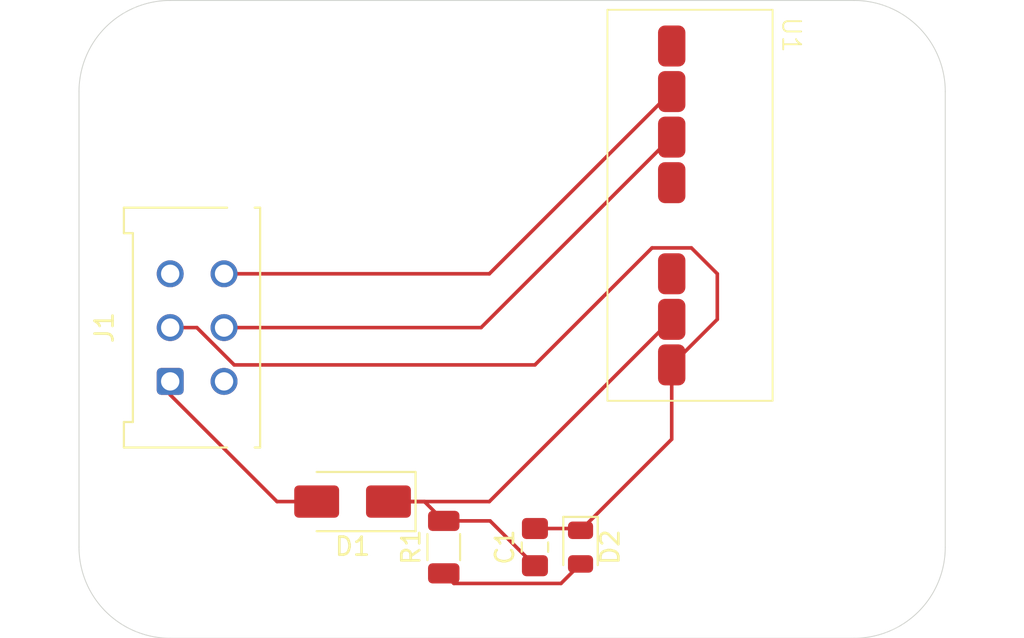
<source format=kicad_pcb>
(kicad_pcb (version 20240108) (generator "pcbnew") (generator_version "8.0")
  (layers (0 "F.Cu" signal) (31 "B.Cu" signal) (34 "B.Paste" user) (35 "F.Paste" user) (36 "B.SilkS" user "B.Silkscreen") (37 "F.SilkS" user "F.Silkscreen") (38 "B.Mask" user) (39 "F.Mask" user) (44 "Edge.Cuts" user))
  (net 0 "")
  (net 1 "Net-(D1-K)")
  (net 2 "GND")
  (net 3 "Net-(D1-A)")
  (net 4 "Net-(D2-A)")
  (net 6 "GNDD")
  (net 7 "+12P")
  (footprint "Diode_SMD:D_SMA" (layer "F.Cu") (at 190.5 91.44 180)
    (property "Reference" "D1" (at 0 -2.5 360) (layer "F.SilkS"))
    (property "Value" "D")
    (fp_line (start -3.51 1.65) (end 2 1.65) (stroke (width 0.12)) (layer "F.SilkS"))
    (fp_line (start -3.51 -1.65) (end 2 -1.65) (stroke (width 0.12)) (layer "F.SilkS"))
    (fp_line (start -3.51 -1.65) (end -3.51 1.65) (stroke (width 0.12)) (layer "F.SilkS"))
    (pad "1" smd roundrect (at -2 0 180) (size 2.5 1.8) (layers "F.Cu" "F.Paste" "F.Mask") (roundrect_rratio 0.1388888889) (net 1 "Net-(D1-K)"))
    (pad "2" smd roundrect (at 2 0 180) (size 2.5 1.8) (layers "F.Cu" "F.Paste" "F.Mask") (roundrect_rratio 0.1388888889) (net 3 "Net-(D1-A)"))
  )
  (footprint "Capacitor_SMD:C_0805_2012Metric_Pad1.18x1.45mm_HandSolder" (layer "F.Cu") (at 200.66 93.98 90)
    (property "Reference" "C1" (at 0 -1.68 90) (layer "F.SilkS"))
    (property "Value" "C")
    (fp_line (start -0.261252 -0.735) (end 0.261252 -0.735) (stroke (width 0.12)) (layer "F.SilkS"))
    (fp_line (start -0.261252 0.735) (end 0.261252 0.735) (stroke (width 0.12)) (layer "F.SilkS"))
    (pad "1" smd roundrect (at -1.0375 0 90) (size 1.175 1.45) (layers "F.Cu" "F.Paste" "F.Mask") (roundrect_rratio 0.212766) (net 1 "Net-(D1-K)"))
    (pad "2" smd roundrect (at 1.0375 0 90) (size 1.175 1.45) (layers "F.Cu" "F.Paste" "F.Mask") (roundrect_rratio 0.212766) (net 2 "GND"))
  )
  (footprint "MountingHole:MountingHole_3.2mm_M3" (layer "F.Cu") (at 218.44 93.98)
    (property "Reference" "REF**" (hide yes))
    (property "Value" "MountingHole_3.2mm_M3")
    (pad "" np_thru_hole circle (at 0 0) (size 3.2 3.2) (drill 3.2) (layers "*.Cu" "*.Mask"))
  )
  (footprint "Connector_Molex:Molex_Micro-Fit_3.0_43045-0612_2x03_P3.00mm_Vertical" (layer "F.Cu") (at 180.34 84.74 90)
    (property "Reference" "J1" (at 3 -3.67 90) (layer "F.SilkS"))
    (property "Value" "Conn_01x06_Pin")
    (fp_line (start 9.685 -2.58) (end 9.685 3.17) (stroke (width 0.12)) (layer "F.SilkS"))
    (fp_line (start 8.265 -2.58) (end 9.685 -2.58) (stroke (width 0.12)) (layer "F.SilkS"))
    (fp_line (start -2.265 -2.58) (end -2.265 -2.08) (stroke (width 0.12)) (layer "F.SilkS"))
    (fp_line (start -3.685 -2.58) (end -2.265 -2.58) (stroke (width 0.12)) (layer "F.SilkS"))
    (fp_line (start 8.265 -2.08) (end 8.265 -2.58) (stroke (width 0.12)) (layer "F.SilkS"))
    (fp_line (start -2.265 -2.08) (end 8.265 -2.08) (stroke (width 0.12)) (layer "F.SilkS"))
    (fp_line (start -3.685 3.17) (end -3.685 -2.58) (stroke (width 0.12)) (layer "F.SilkS"))
    (fp_line (start -3.685 4.71) (end -3.685 5.01) (stroke (width 0.12)) (layer "F.SilkS"))
    (fp_line (start 9.685 5.01) (end 9.685 4.71) (stroke (width 0.12)) (layer "F.SilkS"))
    (fp_line (start -3.685 5.01) (end 9.685 5.01) (stroke (width 0.12)) (layer "F.SilkS"))
    (pad "" np_thru_hole circle (at -3 3.94 90) (size 1.02 1.02) (drill 1.02) (layers "*.Cu" "*.Mask"))
    (pad "" np_thru_hole circle (at 9 3.94 90) (size 1.02 1.02) (drill 1.02) (layers "*.Cu" "*.Mask"))
    (pad "1" thru_hole roundrect (at 0 0 90) (size 1.5 1.5) (drill 1.02) (layers "*.Cu" "*.Mask") (roundrect_rratio 0.166667) (net 3 "Net-(D1-A)"))
    (pad "2" thru_hole circle (at 3 0 90) (size 1.5 1.5) (drill 1.02) (layers "*.Cu" "*.Mask") (net 2 "GND"))
    (pad "3" thru_hole circle (at 6 0 90) (size 1.5 1.5) (drill 1.02) (layers "*.Cu" "*.Mask"))
    (pad "4" thru_hole circle (at 0 3 90) (size 1.5 1.5) (drill 1.02) (layers "*.Cu" "*.Mask"))
    (pad "5" thru_hole circle (at 3 3 90) (size 1.5 1.5) (drill 1.02) (layers "*.Cu" "*.Mask") (net 7 "+12P"))
    (pad "6" thru_hole circle (at 6 3 90) (size 1.5 1.5) (drill 1.02) (layers "*.Cu" "*.Mask") (net 6 "GNDD"))
  )
  (footprint "MountingHole:MountingHole_3.2mm_M3" (layer "F.Cu") (at 180.34 93.98)
    (property "Reference" "REF**" (hide yes))
    (property "Value" "MountingHole_3.2mm_M3")
    (pad "" np_thru_hole circle (at 0 0) (size 3.2 3.2) (drill 3.2) (layers "*.Cu" "*.Mask"))
  )
  (footprint "MountingHole:MountingHole_3.2mm_M3" (layer "F.Cu") (at 180.34 68.58)
    (property "Reference" "REF**" (hide yes))
    (property "Value" "MountingHole_3.2mm_M3")
    (pad "" np_thru_hole circle (at 0 0) (size 3.2 3.2) (drill 3.2) (layers "*.Cu" "*.Mask"))
  )
  (footprint "LED_SMD:LED_0805_2012Metric" (layer "F.Cu") (at 203.2 93.98 -90)
    (property "Reference" "D2" (at 0 -1.65 90) (layer "F.SilkS"))
    (property "Value" "LED")
    (fp_line (start -1.685 0.96) (end 1 0.96) (stroke (width 0.12)) (layer "F.SilkS"))
    (fp_line (start -1.685 -0.96) (end -1.685 0.96) (stroke (width 0.12)) (layer "F.SilkS"))
    (fp_line (start 1 -0.96) (end -1.685 -0.96) (stroke (width 0.12)) (layer "F.SilkS"))
    (pad "1" smd roundrect (at -0.9375 0 270) (size 0.975 1.4) (layers "F.Cu" "F.Paste" "F.Mask") (net 2 "GND"))
    (pad "2" smd roundrect (at 0.9375 0 270) (size 0.975 1.4) (layers "F.Cu" "F.Paste" "F.Mask") (net 4 "Net-(D2-A)"))
  )
  (footprint "MountingHole:MountingHole_3.2mm_M3" (layer "F.Cu") (at 218.44 68.58)
    (property "Reference" "REF**" (hide yes))
    (property "Value" "MountingHole_3.2mm_M3")
    (pad "" np_thru_hole circle (at 0 0) (size 3.2 3.2) (drill 3.2) (layers "*.Cu" "*.Mask"))
  )
  (footprint "Resistor_SMD:R_1206_3216Metric" (layer "F.Cu") (at 195.58 93.98 90)
    (property "Reference" "R1" (at 0 -1.82 90) (layer "F.SilkS"))
    (property "Value" "R")
    (fp_line (start -0.727064 -0.91) (end 0.727064 -0.91) (stroke (width 0.12)) (layer "F.SilkS"))
    (fp_line (start -0.727064 0.91) (end 0.727064 0.91) (stroke (width 0.12)) (layer "F.SilkS"))
    (pad "1" smd roundrect (at -1.4625 0 90) (size 1.125 1.75) (layers "F.Cu" "F.Paste" "F.Mask") (roundrect_rratio 0.222222) (net 4 "Net-(D2-A)"))
    (pad "2" smd roundrect (at 1.4625 0 90) (size 1.125 1.75) (layers "F.Cu" "F.Paste" "F.Mask") (roundrect_rratio 0.222222) (net 1 "Net-(D1-K)"))
  )
  (footprint "components:SPAN02" (layer "F.Cu") (at 203.2 83.82 90)
    (property "Reference" "U1" (at 18.4 11.75 -90) (layer "F.SilkS") (effects (font (thickness 0.1))))
    (property "Value" "~")
    (fp_line (start 19.8 1.5) (end 19.8 10.7) (stroke (width 0.1)) (layer "F.SilkS"))
    (fp_line (start -2 1.5) (end 19.8 1.5) (stroke (width 0.1)) (layer "F.SilkS"))
    (fp_line (start 19.8 10.7) (end -2 10.7) (stroke (width 0.1)) (layer "F.SilkS"))
    (fp_line (start -2 10.7) (end -2 1.5) (stroke (width 0.1)) (layer "F.SilkS"))
    (pad "1" smd roundrect (at 0 5.08 90) (size 2.286 1.524) (layers "F.Cu" "F.Paste" "F.Mask") (net 2 "GND"))
    (pad "2" smd roundrect (at 2.54 5.08 90) (size 2.286 1.524) (layers "F.Cu" "F.Paste" "F.Mask") (net 1 "Net-(D1-K)"))
    (pad "3" smd roundrect (at 5.08 5.08 90) (size 2.286 1.524) (layers "F.Cu" "F.Paste" "F.Mask"))
    (pad "5" smd roundrect (at 10.16 5.08 90) (size 2.286 1.524) (layers "F.Cu" "F.Paste" "F.Mask"))
    (pad "6" smd roundrect (at 12.7 5.08 90) (size 2.286 1.524) (layers "F.Cu" "F.Paste" "F.Mask") (net 7 "+12P"))
    (pad "7" smd roundrect (at 15.24 5.08 90) (size 2.286 1.524) (layers "F.Cu" "F.Paste" "F.Mask") (net 6 "GNDD"))
    (pad "8" smd roundrect (at 17.78 5.08 90) (size 2.286 1.524) (layers "F.Cu" "F.Paste" "F.Mask"))
  )
  (gr_arc (start 175.26 68.58) (mid 176.747898 64.987898) (end 180.34 63.5) (stroke (width 0.05)) (layer "Edge.Cuts"))
  (gr_line (start 175.26 93.98) (end 175.26 68.58) (stroke (width 0.05)) (layer "Edge.Cuts"))
  (gr_line (start 218.44 99.06) (end 180.34 99.06) (stroke (width 0.05)) (layer "Edge.Cuts"))
  (gr_arc (start 180.34 99.06) (mid 176.747898 97.572102) (end 175.26 93.98) (stroke (width 0.05)) (layer "Edge.Cuts"))
  (gr_line (start 180.34 63.5) (end 218.44 63.5) (stroke (width 0.05)) (layer "Edge.Cuts"))
  (gr_arc (start 218.44 63.5) (mid 222.032102 64.987898) (end 223.52 68.58) (stroke (width 0.05)) (layer "Edge.Cuts"))
  (gr_arc (start 223.52 93.98) (mid 222.032102 97.572102) (end 218.44 99.06) (stroke (width 0.05)) (layer "Edge.Cuts"))
  (gr_line (start 223.52 68.58) (end 223.52 93.98) (stroke (width 0.05)) (layer "Edge.Cuts"))
  (segment (start 194.5025 91.44) (end 195.58 92.5175) (width 0.2) (layer "F.Cu") (net 1))
  (segment (start 192.5 91.44) (end 198.12 91.44) (width 0.2) (layer "F.Cu") (net 1))
  (segment (start 195.58 92.5175) (end 198.16 92.5175) (width 0.2) (layer "F.Cu") (net 1))
  (segment (start 198.12 91.44) (end 208.28 81.28) (width 0.2) (layer "F.Cu") (net 1))
  (segment (start 198.16 92.5175) (end 200.66 95.0175) (width 0.2) (layer "F.Cu") (net 1))
  (segment (start 192.5 91.44) (end 194.5025 91.44) (width 0.2) (layer "F.Cu") (net 1))
  (segment (start 210.82 81.28) (end 208.28 83.82) (width 0.2) (layer "F.Cu") (net 2))
  (segment (start 203.2 93.0425) (end 208.28 87.9625) (width 0.2) (layer "F.Cu") (net 2))
  (segment (start 183.904925 83.82) (end 200.66 83.82) (width 0.2) (layer "F.Cu") (net 2))
  (segment (start 180.34 81.74) (end 181.824925 81.74) (width 0.2) (layer "F.Cu") (net 2))
  (segment (start 203.1 92.9425) (end 203.2 93.0425) (width 0.2) (layer "F.Cu") (net 2))
  (segment (start 210.82 78.74) (end 210.82 81.28) (width 0.2) (layer "F.Cu") (net 2))
  (segment (start 200.66 92.9425) (end 203.1 92.9425) (width 0.2) (layer "F.Cu") (net 2))
  (segment (start 208.28 87.9625) (end 208.28 83.82) (width 0.2) (layer "F.Cu") (net 2))
  (segment (start 200.66 83.82) (end 207.183 77.297) (width 0.2) (layer "F.Cu") (net 2))
  (segment (start 181.824925 81.74) (end 183.904925 83.82) (width 0.2) (layer "F.Cu") (net 2))
  (segment (start 209.377 77.297) (end 210.82 78.74) (width 0.2) (layer "F.Cu") (net 2))
  (segment (start 207.183 77.297) (end 209.377 77.297) (width 0.2) (layer "F.Cu") (net 2))
  (segment (start 186.290001 91.44) (end 188.5 91.44) (width 0.2) (layer "F.Cu") (net 3))
  (segment (start 180.34 84.74) (end 180.34 85.489999) (width 0.2) (layer "F.Cu") (net 3))
  (segment (start 180.34 85.489999) (end 186.290001 91.44) (width 0.2) (layer "F.Cu") (net 3))
  (segment (start 195.58 95.4425) (end 196.1425 96.005) (width 0.2) (layer "F.Cu") (net 4))
  (segment (start 196.1425 96.005) (end 202.1125 96.005) (width 0.2) (layer "F.Cu") (net 4))
  (segment (start 202.1125 96.005) (end 203.2 94.9175) (width 0.2) (layer "F.Cu") (net 4))
  (segment (start 198.12 78.74) (end 208.28 68.58) (width 0.2) (layer "F.Cu") (net 6))
  (segment (start 183.34 78.74) (end 198.12 78.74) (width 0.2) (layer "F.Cu") (net 6))
  (segment (start 183.34 81.74) (end 197.66 81.74) (width 0.2) (layer "F.Cu") (net 7))
  (segment (start 197.66 81.74) (end 208.28 71.12) (width 0.2) (layer "F.Cu") (net 7))
)
</source>
